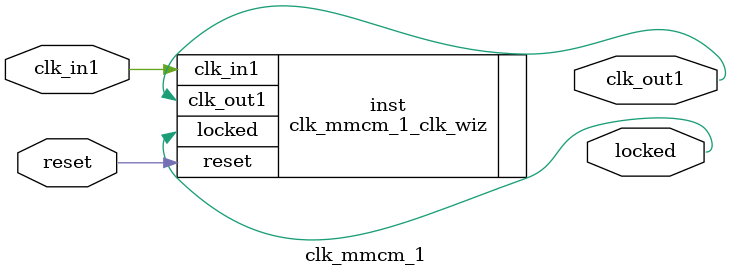
<source format=v>


`timescale 1ps/1ps

(* CORE_GENERATION_INFO = "clk_mmcm_1,clk_wiz_v5_3_0,{component_name=clk_mmcm_1,use_phase_alignment=true,use_min_o_jitter=false,use_max_i_jitter=false,use_dyn_phase_shift=false,use_inclk_switchover=false,use_dyn_reconfig=false,enable_axi=0,feedback_source=FDBK_AUTO,PRIMITIVE=MMCM,num_out_clk=1,clkin1_period=83.333,clkin2_period=10.0,use_power_down=false,use_reset=true,use_locked=true,use_inclk_stopped=false,feedback_type=SINGLE,CLOCK_MGR_TYPE=NA,manual_override=false}" *)

module clk_mmcm_1 
 (
 // Clock in ports
  input         clk_in1,
  // Clock out ports
  output        clk_out1,
  // Status and control signals
  input         reset,
  output        locked
 );

  clk_mmcm_1_clk_wiz inst
  (
 // Clock in ports
  .clk_in1(clk_in1),
  // Clock out ports  
  .clk_out1(clk_out1),
  // Status and control signals               
  .reset(reset), 
  .locked(locked)            
  );

endmodule

</source>
